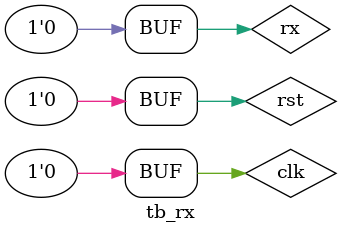
<source format=v>
module tb_rx();
    reg clk, rst, rx;
    wire [7:0] data_in;
    wire rx_done;
    wire w_tick;

baud_tick_gen U_BAUD_TICK_GEN (
    .clk(clk),
    .rst(rst),
    .baud_tick(w_tick)
);
uart_rx dut(
    .clk(clk),
    .rst(rst),
    .tick(w_tick),
    .rx(rx),
    .data_in(data_in),
    .rx_done(rx_done)
    );


initial begin
    clk = 0;
    rst = 1;
    rx = 0;
    #10 rst = 0;
    
end

endmodule

</source>
